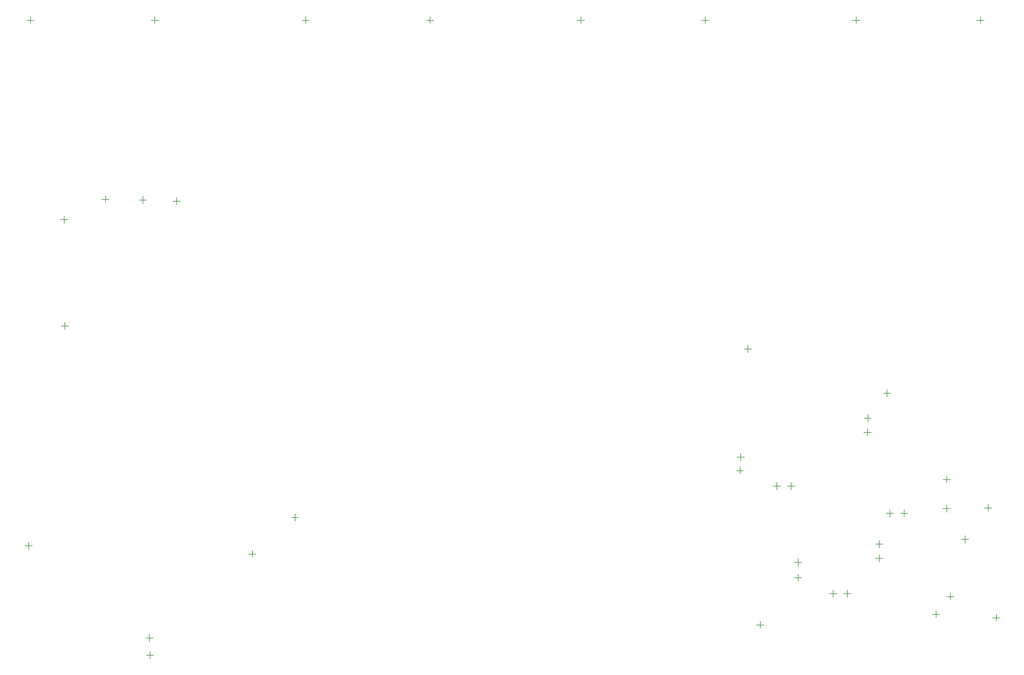
<source format=gbr>
%TF.GenerationSoftware,Altium Limited,Altium Designer,24.1.2 (44)*%
G04 Layer_Color=0*
%FSLAX45Y45*%
%MOMM*%
%TF.SameCoordinates,57B3B6A3-E825-4013-9261-08072AB09D51*%
%TF.FilePolarity,Positive*%
%TF.FileFunction,Other,Top_Component_Center*%
%TF.Part,Single*%
G01*
G75*
%TA.AperFunction,NonConductor*%
%ADD88C,0.10000*%
D88*
X4013200Y7595400D02*
Y7695400D01*
X3963200Y7645400D02*
X4063200D01*
X4000500Y9119400D02*
Y9219400D01*
X3950500Y9169400D02*
X4050500D01*
X7254150Y4902200D02*
X7354150D01*
X7304150Y4852200D02*
Y4952200D01*
X6692900Y4331500D02*
Y4431500D01*
X6642900Y4381500D02*
X6742900D01*
X13729500Y7315200D02*
X13829500D01*
X13779500Y7265200D02*
Y7365200D01*
X17285500Y3467100D02*
X17385500D01*
X17335500Y3417100D02*
Y3517100D01*
X16841000Y4586350D02*
X16941000D01*
X16891000Y4536350D02*
Y4636350D01*
X16014700Y4915700D02*
Y5015700D01*
X15964700Y4965700D02*
X16064700D01*
X15761501Y4962700D02*
X15861501D01*
X15811501Y4912700D02*
Y5012700D01*
X15662100Y4471200D02*
Y4571200D01*
X15612100Y4521200D02*
X15712100D01*
X15660750Y4268000D02*
Y4368000D01*
X15610750Y4318000D02*
X15710750D01*
X15495650Y6071400D02*
Y6171400D01*
X15445650Y6121400D02*
X15545650D01*
X15497000Y6274600D02*
Y6374600D01*
X15447000Y6324600D02*
X15547000D01*
X15773399Y6630200D02*
Y6730200D01*
X15723399Y6680200D02*
X15823399D01*
X13668201Y5525300D02*
Y5625300D01*
X13618201Y5575300D02*
X13718201D01*
X13677901Y5715800D02*
Y5815800D01*
X13627901Y5765800D02*
X13727901D01*
X14351801Y5348350D02*
X14451801D01*
X14401801Y5298350D02*
Y5398350D01*
X14148599Y5349700D02*
X14248599D01*
X14198599Y5299700D02*
Y5399700D01*
X14503400Y4207200D02*
Y4307200D01*
X14453400Y4257200D02*
X14553400D01*
X14500400Y3991300D02*
Y4091300D01*
X14450400Y4041300D02*
X14550400D01*
X13907300Y3365500D02*
X14007300D01*
X13957300Y3315500D02*
Y3415500D01*
X15151900Y3810000D02*
X15251900D01*
X15201900Y3760000D02*
Y3860000D01*
X14948700Y3813000D02*
X15048700D01*
X14998700Y3763000D02*
Y3863000D01*
X16424899Y3517900D02*
X16524899D01*
X16474899Y3467900D02*
Y3567900D01*
X16675101Y3721900D02*
Y3821900D01*
X16625101Y3771900D02*
X16725101D01*
X9182900Y12026900D02*
X9282900D01*
X9232900Y11976900D02*
Y12076900D01*
X17171201Y5041900D02*
X17271201D01*
X17221201Y4991900D02*
Y5091900D01*
X16624300Y5398300D02*
Y5498300D01*
X16574300Y5448300D02*
X16674300D01*
X16624300Y4979200D02*
Y5079200D01*
X16574300Y5029200D02*
X16674300D01*
X5229000Y2877300D02*
Y2977300D01*
X5179000Y2927300D02*
X5279000D01*
X5221350Y3125000D02*
Y3225000D01*
X5171350Y3175000D02*
X5271350D01*
X3442500Y4495800D02*
X3542500D01*
X3492500Y4445800D02*
Y4545800D01*
X5613400Y9386100D02*
Y9486100D01*
X5563400Y9436100D02*
X5663400D01*
X5130800Y9398800D02*
Y9498800D01*
X5080800Y9448800D02*
X5180800D01*
X4598600Y9411500D02*
Y9511500D01*
X4548600Y9461500D02*
X4648600D01*
X17056900Y12026900D02*
X17156900D01*
X17106900Y11976900D02*
Y12076900D01*
X15278900Y12026900D02*
X15378900D01*
X15328900Y11976900D02*
Y12076900D01*
X13119901Y12026900D02*
X13219901D01*
X13169901Y11976900D02*
Y12076900D01*
X11341900Y12026900D02*
X11441900D01*
X11391900Y11976900D02*
Y12076900D01*
X7404900Y12026900D02*
X7504900D01*
X7454900Y11976900D02*
Y12076900D01*
X5245900Y12026900D02*
X5345900D01*
X5295900Y11976900D02*
Y12076900D01*
X3467900Y12026900D02*
X3567900D01*
X3517900Y11976900D02*
Y12076900D01*
%TF.MD5,2e6cd49fd76a7507aa8bd78940f312f1*%
M02*

</source>
